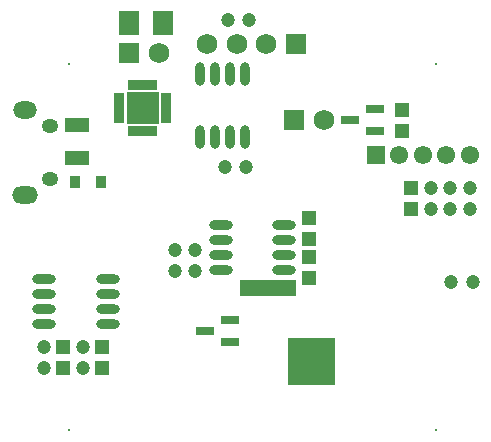
<source format=gbs>
%FSTAX23Y23*%
%MOIN*%
%SFA1B1*%

%IPPOS*%
%ADD45R,0.061020X0.061020*%
%ADD46C,0.061020*%
%ADD68R,0.066930X0.078740*%
%ADD69R,0.047240X0.047240*%
%ADD70C,0.047240*%
%ADD76R,0.078740X0.047240*%
%ADD82R,0.032680X0.040550*%
%ADD86O,0.055120X0.049210*%
%ADD87O,0.078740X0.057090*%
%ADD88O,0.086610X0.057090*%
%ADD89C,0.007870*%
%ADD90R,0.068900X0.068900*%
%ADD91C,0.068900*%
%ADD92R,0.187010X0.055120*%
%ADD93R,0.036610X0.019690*%
%ADD94R,0.019690X0.036610*%
%ADD95R,0.106300X0.106300*%
%ADD96R,0.062990X0.031500*%
%ADD97O,0.077950X0.031500*%
%ADD98O,0.031500X0.077950*%
%ADD99R,0.011810X0.011810*%
%LNstepperpcb-1*%
%LPD*%
G36*
X01102Y00366D02*
X00944D01*
Y00523*
X01102*
Y00366*
G37*
G54D45*
X01237Y01135D03*
G54D46*
X01473Y01135D03*
X01395D03*
X01316D03*
X01552D03*
G54D68*
X00529Y01575D03*
X00415D03*
G54D69*
X01015Y00925D03*
Y00854D03*
Y00724D03*
Y00795D03*
X01325Y01214D03*
Y01285D03*
X00195Y00495D03*
Y00424D03*
X00325D03*
Y00495D03*
X01355Y01025D03*
Y00954D03*
G54D70*
X0155Y01025D03*
Y00954D03*
X01489Y0071D03*
X0156D03*
X0013Y00495D03*
Y00424D03*
X00568Y00746D03*
Y00817D03*
X00634D03*
Y00746D03*
X00805Y01095D03*
X00734D03*
X00815Y01585D03*
X00744D03*
X0026Y00424D03*
Y00495D03*
X01485Y01025D03*
Y00954D03*
X0142D03*
Y01025D03*
G54D76*
X0024Y01235D03*
Y01124D03*
G54D82*
X00323Y01045D03*
X00236D03*
G54D86*
X00152Y01054D03*
Y01229D03*
G54D87*
X00067Y01282D03*
G54D88*
X00067Y01D03*
G54D89*
X01437Y00216D03*
X00216D03*
Y01437D03*
X01437D03*
G54D90*
X00965Y0125D03*
X00971Y01505D03*
X00415Y01475D03*
G54D91*
X01065Y0125D03*
X00873Y01505D03*
X00775D03*
X00676D03*
X00515Y01475D03*
G54D92*
X00879Y0069D03*
G54D93*
X00382Y0125D03*
Y0127D03*
Y0129D03*
Y01309D03*
Y01329D03*
X00537D03*
Y01309D03*
Y0129D03*
Y0127D03*
Y0125D03*
G54D94*
X0042Y01367D03*
X0044D03*
X0046D03*
X00479D03*
X00499D03*
Y01212D03*
X00479D03*
X0046D03*
X0044D03*
X0042D03*
G54D95*
X0046Y0129D03*
G54D96*
X00667Y00547D03*
X0075Y0051D03*
Y00585D03*
X01235Y01212D03*
Y01287D03*
X01152Y0125D03*
G54D97*
X00933Y00751D03*
Y00851D03*
Y00801D03*
Y00901D03*
X0072Y00751D03*
Y00801D03*
Y00851D03*
Y00901D03*
X00133Y0057D03*
Y0062D03*
Y0072D03*
Y0067D03*
X00346Y0057D03*
Y0067D03*
Y0062D03*
Y0072D03*
G54D98*
X0065Y01192D03*
X007D03*
X0075D03*
X008D03*
X0065Y01405D03*
X0075D03*
X007D03*
X008D03*
G54D99*
X00809Y0069D03*
X0088D03*
X00946D03*
M02*
</source>
